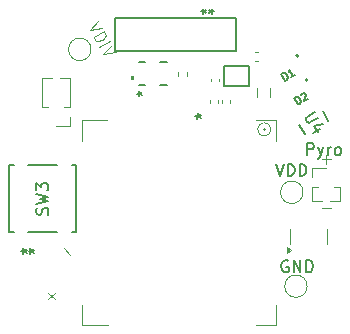
<source format=gbr>
%TF.GenerationSoftware,KiCad,Pcbnew,9.0.2*%
%TF.CreationDate,2025-11-14T19:25:59+05:30*%
%TF.ProjectId,Nade,4e616465-2e6b-4696-9361-645f70636258,rev?*%
%TF.SameCoordinates,Original*%
%TF.FileFunction,Legend,Top*%
%TF.FilePolarity,Positive*%
%FSLAX46Y46*%
G04 Gerber Fmt 4.6, Leading zero omitted, Abs format (unit mm)*
G04 Created by KiCad (PCBNEW 9.0.2) date 2025-11-14 19:25:59*
%MOMM*%
%LPD*%
G01*
G04 APERTURE LIST*
%ADD10C,0.100000*%
%ADD11C,0.150000*%
%ADD12C,0.120000*%
%ADD13C,0.152400*%
%ADD14C,0.200000*%
%ADD15C,0.000000*%
G04 APERTURE END LIST*
D10*
X142403884Y-102391466D02*
X143165789Y-102391466D01*
X142403884Y-98291466D02*
X143165789Y-98291466D01*
X142784836Y-98672419D02*
X142784836Y-97910514D01*
X121125534Y-106344708D02*
X120586786Y-105805960D01*
X119255291Y-110125534D02*
X119794039Y-109586786D01*
X119794039Y-110125534D02*
X119255291Y-109586786D01*
X123457027Y-86575663D02*
X122757668Y-87364338D01*
X122757668Y-87364338D02*
X123790360Y-87153013D01*
X123091001Y-87941688D02*
X123957027Y-87441688D01*
X123957027Y-87441688D02*
X124076074Y-87647885D01*
X124076074Y-87647885D02*
X124106264Y-87795412D01*
X124106264Y-87795412D02*
X124071404Y-87925510D01*
X124071404Y-87925510D02*
X124012735Y-88014368D01*
X124012735Y-88014368D02*
X123871587Y-88150845D01*
X123871587Y-88150845D02*
X123747869Y-88222274D01*
X123747869Y-88222274D02*
X123559103Y-88276273D01*
X123559103Y-88276273D02*
X123452815Y-88282653D01*
X123452815Y-88282653D02*
X123322717Y-88247793D01*
X123322717Y-88247793D02*
X123210049Y-88147885D01*
X123210049Y-88147885D02*
X123091001Y-87941688D01*
X123591001Y-88807714D02*
X124457027Y-88307714D01*
X124623693Y-88596388D02*
X123924335Y-89385063D01*
X123924335Y-89385063D02*
X124957027Y-89173739D01*
D11*
X141170238Y-97924819D02*
X141170238Y-96924819D01*
X141170238Y-96924819D02*
X141551190Y-96924819D01*
X141551190Y-96924819D02*
X141646428Y-96972438D01*
X141646428Y-96972438D02*
X141694047Y-97020057D01*
X141694047Y-97020057D02*
X141741666Y-97115295D01*
X141741666Y-97115295D02*
X141741666Y-97258152D01*
X141741666Y-97258152D02*
X141694047Y-97353390D01*
X141694047Y-97353390D02*
X141646428Y-97401009D01*
X141646428Y-97401009D02*
X141551190Y-97448628D01*
X141551190Y-97448628D02*
X141170238Y-97448628D01*
X142075000Y-97258152D02*
X142313095Y-97924819D01*
X142551190Y-97258152D02*
X142313095Y-97924819D01*
X142313095Y-97924819D02*
X142217857Y-98162914D01*
X142217857Y-98162914D02*
X142170238Y-98210533D01*
X142170238Y-98210533D02*
X142075000Y-98258152D01*
X142932143Y-97924819D02*
X142932143Y-97258152D01*
X142932143Y-97448628D02*
X142979762Y-97353390D01*
X142979762Y-97353390D02*
X143027381Y-97305771D01*
X143027381Y-97305771D02*
X143122619Y-97258152D01*
X143122619Y-97258152D02*
X143217857Y-97258152D01*
X143694048Y-97924819D02*
X143598810Y-97877200D01*
X143598810Y-97877200D02*
X143551191Y-97829580D01*
X143551191Y-97829580D02*
X143503572Y-97734342D01*
X143503572Y-97734342D02*
X143503572Y-97448628D01*
X143503572Y-97448628D02*
X143551191Y-97353390D01*
X143551191Y-97353390D02*
X143598810Y-97305771D01*
X143598810Y-97305771D02*
X143694048Y-97258152D01*
X143694048Y-97258152D02*
X143836905Y-97258152D01*
X143836905Y-97258152D02*
X143932143Y-97305771D01*
X143932143Y-97305771D02*
X143979762Y-97353390D01*
X143979762Y-97353390D02*
X144027381Y-97448628D01*
X144027381Y-97448628D02*
X144027381Y-97734342D01*
X144027381Y-97734342D02*
X143979762Y-97829580D01*
X143979762Y-97829580D02*
X143932143Y-97877200D01*
X143932143Y-97877200D02*
X143836905Y-97924819D01*
X143836905Y-97924819D02*
X143694048Y-97924819D01*
X139563095Y-106879438D02*
X139467857Y-106831819D01*
X139467857Y-106831819D02*
X139325000Y-106831819D01*
X139325000Y-106831819D02*
X139182143Y-106879438D01*
X139182143Y-106879438D02*
X139086905Y-106974676D01*
X139086905Y-106974676D02*
X139039286Y-107069914D01*
X139039286Y-107069914D02*
X138991667Y-107260390D01*
X138991667Y-107260390D02*
X138991667Y-107403247D01*
X138991667Y-107403247D02*
X139039286Y-107593723D01*
X139039286Y-107593723D02*
X139086905Y-107688961D01*
X139086905Y-107688961D02*
X139182143Y-107784200D01*
X139182143Y-107784200D02*
X139325000Y-107831819D01*
X139325000Y-107831819D02*
X139420238Y-107831819D01*
X139420238Y-107831819D02*
X139563095Y-107784200D01*
X139563095Y-107784200D02*
X139610714Y-107736580D01*
X139610714Y-107736580D02*
X139610714Y-107403247D01*
X139610714Y-107403247D02*
X139420238Y-107403247D01*
X140039286Y-107831819D02*
X140039286Y-106831819D01*
X140039286Y-106831819D02*
X140610714Y-107831819D01*
X140610714Y-107831819D02*
X140610714Y-106831819D01*
X141086905Y-107831819D02*
X141086905Y-106831819D01*
X141086905Y-106831819D02*
X141325000Y-106831819D01*
X141325000Y-106831819D02*
X141467857Y-106879438D01*
X141467857Y-106879438D02*
X141563095Y-106974676D01*
X141563095Y-106974676D02*
X141610714Y-107069914D01*
X141610714Y-107069914D02*
X141658333Y-107260390D01*
X141658333Y-107260390D02*
X141658333Y-107403247D01*
X141658333Y-107403247D02*
X141610714Y-107593723D01*
X141610714Y-107593723D02*
X141563095Y-107688961D01*
X141563095Y-107688961D02*
X141467857Y-107784200D01*
X141467857Y-107784200D02*
X141325000Y-107831819D01*
X141325000Y-107831819D02*
X141086905Y-107831819D01*
X119193000Y-102968632D02*
X119240619Y-102825775D01*
X119240619Y-102825775D02*
X119240619Y-102587680D01*
X119240619Y-102587680D02*
X119193000Y-102492442D01*
X119193000Y-102492442D02*
X119145380Y-102444823D01*
X119145380Y-102444823D02*
X119050142Y-102397204D01*
X119050142Y-102397204D02*
X118954904Y-102397204D01*
X118954904Y-102397204D02*
X118859666Y-102444823D01*
X118859666Y-102444823D02*
X118812047Y-102492442D01*
X118812047Y-102492442D02*
X118764428Y-102587680D01*
X118764428Y-102587680D02*
X118716809Y-102778156D01*
X118716809Y-102778156D02*
X118669190Y-102873394D01*
X118669190Y-102873394D02*
X118621571Y-102921013D01*
X118621571Y-102921013D02*
X118526333Y-102968632D01*
X118526333Y-102968632D02*
X118431095Y-102968632D01*
X118431095Y-102968632D02*
X118335857Y-102921013D01*
X118335857Y-102921013D02*
X118288238Y-102873394D01*
X118288238Y-102873394D02*
X118240619Y-102778156D01*
X118240619Y-102778156D02*
X118240619Y-102540061D01*
X118240619Y-102540061D02*
X118288238Y-102397204D01*
X118240619Y-102063870D02*
X119240619Y-101825775D01*
X119240619Y-101825775D02*
X118526333Y-101635299D01*
X118526333Y-101635299D02*
X119240619Y-101444823D01*
X119240619Y-101444823D02*
X118240619Y-101206728D01*
X118240619Y-100921013D02*
X118240619Y-100301966D01*
X118240619Y-100301966D02*
X118621571Y-100635299D01*
X118621571Y-100635299D02*
X118621571Y-100492442D01*
X118621571Y-100492442D02*
X118669190Y-100397204D01*
X118669190Y-100397204D02*
X118716809Y-100349585D01*
X118716809Y-100349585D02*
X118812047Y-100301966D01*
X118812047Y-100301966D02*
X119050142Y-100301966D01*
X119050142Y-100301966D02*
X119145380Y-100349585D01*
X119145380Y-100349585D02*
X119193000Y-100397204D01*
X119193000Y-100397204D02*
X119240619Y-100492442D01*
X119240619Y-100492442D02*
X119240619Y-100778156D01*
X119240619Y-100778156D02*
X119193000Y-100873394D01*
X119193000Y-100873394D02*
X119145380Y-100921013D01*
X117588819Y-106069648D02*
X117826914Y-106069648D01*
X117731676Y-106307743D02*
X117826914Y-106069648D01*
X117826914Y-106069648D02*
X117731676Y-105831553D01*
X118017390Y-106212505D02*
X117826914Y-106069648D01*
X117826914Y-106069648D02*
X118017390Y-105926791D01*
X116988819Y-106069648D02*
X117226914Y-106069648D01*
X117131676Y-106307743D02*
X117226914Y-106069648D01*
X117226914Y-106069648D02*
X117131676Y-105831553D01*
X117417390Y-106212505D02*
X117226914Y-106069648D01*
X117226914Y-106069648D02*
X117417390Y-105926791D01*
X139303518Y-91618363D02*
X138988558Y-91072835D01*
X138988558Y-91072835D02*
X139118445Y-90997844D01*
X139118445Y-90997844D02*
X139211376Y-90978828D01*
X139211376Y-90978828D02*
X139293327Y-91000786D01*
X139293327Y-91000786D02*
X139349301Y-91037743D01*
X139349301Y-91037743D02*
X139435271Y-91126655D01*
X139435271Y-91126655D02*
X139480265Y-91204588D01*
X139480265Y-91204588D02*
X139514280Y-91323496D01*
X139514280Y-91323496D02*
X139518299Y-91390449D01*
X139518299Y-91390449D02*
X139496340Y-91472400D01*
X139496340Y-91472400D02*
X139433406Y-91543372D01*
X139433406Y-91543372D02*
X139303518Y-91618363D01*
X140134798Y-91138423D02*
X139823068Y-91318400D01*
X139978933Y-91228411D02*
X139663973Y-90682884D01*
X139663973Y-90682884D02*
X139657012Y-90790813D01*
X139657012Y-90790813D02*
X139635053Y-90872764D01*
X139635053Y-90872764D02*
X139598096Y-90928738D01*
X133289981Y-85766400D02*
X133051886Y-85766400D01*
X133147124Y-85528305D02*
X133051886Y-85766400D01*
X133051886Y-85766400D02*
X133147124Y-86004495D01*
X132861410Y-85623543D02*
X133051886Y-85766400D01*
X133051886Y-85766400D02*
X132861410Y-85909257D01*
X132184619Y-85766399D02*
X132422714Y-85766399D01*
X132327476Y-86004494D02*
X132422714Y-85766399D01*
X132422714Y-85766399D02*
X132327476Y-85528304D01*
X132613190Y-85909256D02*
X132422714Y-85766399D01*
X132422714Y-85766399D02*
X132613190Y-85623542D01*
X141839188Y-94261380D02*
X141138119Y-94666142D01*
X141138119Y-94666142D02*
X141079450Y-94755000D01*
X141079450Y-94755000D02*
X141062021Y-94820049D01*
X141062021Y-94820049D02*
X141068400Y-94926337D01*
X141068400Y-94926337D02*
X141163638Y-95091295D01*
X141163638Y-95091295D02*
X141252497Y-95149964D01*
X141252497Y-95149964D02*
X141317546Y-95167393D01*
X141317546Y-95167393D02*
X141423834Y-95161014D01*
X141423834Y-95161014D02*
X142124902Y-94756252D01*
X142288608Y-95706465D02*
X141711257Y-96039799D01*
X142499475Y-95309793D02*
X141761837Y-95460739D01*
X141761837Y-95460739D02*
X142071361Y-95996850D01*
X132156387Y-94531278D02*
X131950191Y-94650326D01*
X131913622Y-94396510D02*
X131950191Y-94650326D01*
X131950191Y-94650326D02*
X132151717Y-94808903D01*
X131713805Y-94621846D02*
X131950191Y-94650326D01*
X131950191Y-94650326D02*
X131856662Y-94869282D01*
X140417617Y-93635924D02*
X140102657Y-93090396D01*
X140102657Y-93090396D02*
X140232544Y-93015405D01*
X140232544Y-93015405D02*
X140325475Y-92996389D01*
X140325475Y-92996389D02*
X140407426Y-93018347D01*
X140407426Y-93018347D02*
X140463400Y-93055304D01*
X140463400Y-93055304D02*
X140549370Y-93144216D01*
X140549370Y-93144216D02*
X140594364Y-93222149D01*
X140594364Y-93222149D02*
X140628379Y-93341057D01*
X140628379Y-93341057D02*
X140632398Y-93408010D01*
X140632398Y-93408010D02*
X140610439Y-93489961D01*
X140610439Y-93489961D02*
X140547505Y-93560933D01*
X140547505Y-93560933D02*
X140417617Y-93635924D01*
X140652203Y-92842389D02*
X140663182Y-92801413D01*
X140663182Y-92801413D02*
X140700139Y-92745439D01*
X140700139Y-92745439D02*
X140830027Y-92670449D01*
X140830027Y-92670449D02*
X140896980Y-92666430D01*
X140896980Y-92666430D02*
X140937956Y-92677409D01*
X140937956Y-92677409D02*
X140993929Y-92714366D01*
X140993929Y-92714366D02*
X141023926Y-92766321D01*
X141023926Y-92766321D02*
X141042942Y-92859252D01*
X141042942Y-92859252D02*
X140911190Y-93350959D01*
X140911190Y-93350959D02*
X141248897Y-93155984D01*
X126779419Y-92723023D02*
X127017514Y-92723023D01*
X126922276Y-92961118D02*
X127017514Y-92723023D01*
X127017514Y-92723023D02*
X126922276Y-92484928D01*
X127207990Y-92865880D02*
X127017514Y-92723023D01*
X127017514Y-92723023D02*
X127207990Y-92580166D01*
X126779419Y-92723023D02*
X127017514Y-92723023D01*
X126922276Y-92961118D02*
X127017514Y-92723023D01*
X127017514Y-92723023D02*
X126922276Y-92484928D01*
X127207990Y-92865880D02*
X127017514Y-92723023D01*
X127017514Y-92723023D02*
X127207990Y-92580166D01*
X138541667Y-98681819D02*
X138875000Y-99681819D01*
X138875000Y-99681819D02*
X139208333Y-98681819D01*
X139541667Y-99681819D02*
X139541667Y-98681819D01*
X139541667Y-98681819D02*
X139779762Y-98681819D01*
X139779762Y-98681819D02*
X139922619Y-98729438D01*
X139922619Y-98729438D02*
X140017857Y-98824676D01*
X140017857Y-98824676D02*
X140065476Y-98919914D01*
X140065476Y-98919914D02*
X140113095Y-99110390D01*
X140113095Y-99110390D02*
X140113095Y-99253247D01*
X140113095Y-99253247D02*
X140065476Y-99443723D01*
X140065476Y-99443723D02*
X140017857Y-99538961D01*
X140017857Y-99538961D02*
X139922619Y-99634200D01*
X139922619Y-99634200D02*
X139779762Y-99681819D01*
X139779762Y-99681819D02*
X139541667Y-99681819D01*
X140541667Y-99681819D02*
X140541667Y-98681819D01*
X140541667Y-98681819D02*
X140779762Y-98681819D01*
X140779762Y-98681819D02*
X140922619Y-98729438D01*
X140922619Y-98729438D02*
X141017857Y-98824676D01*
X141017857Y-98824676D02*
X141065476Y-98919914D01*
X141065476Y-98919914D02*
X141113095Y-99110390D01*
X141113095Y-99110390D02*
X141113095Y-99253247D01*
X141113095Y-99253247D02*
X141065476Y-99443723D01*
X141065476Y-99443723D02*
X141017857Y-99538961D01*
X141017857Y-99538961D02*
X140922619Y-99634200D01*
X140922619Y-99634200D02*
X140779762Y-99681819D01*
X140779762Y-99681819D02*
X140541667Y-99681819D01*
D12*
%TO.C,Pyro*%
X143935000Y-100625000D02*
X143935000Y-101830000D01*
X143441708Y-100625000D02*
X143935000Y-100625000D01*
X143092923Y-101830000D02*
X143935000Y-101830000D01*
X141615000Y-101830000D02*
X142457077Y-101830000D01*
X141615000Y-100625000D02*
X142108292Y-100625000D01*
X141615000Y-100625000D02*
X141615000Y-101830000D01*
X141615000Y-99815000D02*
X141615000Y-99005000D01*
X141615000Y-99005000D02*
X142775000Y-99005000D01*
%TO.C,TP4*%
X122875000Y-88975000D02*
G75*
G02*
X120975000Y-88975000I-950000J0D01*
G01*
X120975000Y-88975000D02*
G75*
G02*
X122875000Y-88975000I950000J0D01*
G01*
%TO.C,GND*%
X141175000Y-109025000D02*
G75*
G02*
X139275000Y-109025000I-950000J0D01*
G01*
X139275000Y-109025000D02*
G75*
G02*
X141175000Y-109025000I950000J0D01*
G01*
%TO.C,C7*%
X133024500Y-91662838D02*
X133024504Y-91447166D01*
X133744496Y-91662834D02*
X133744500Y-91447162D01*
D10*
%TO.C,MCU1*%
X122150000Y-94950000D02*
X122150000Y-96750000D01*
X122150000Y-110650000D02*
X122150000Y-112350000D01*
X122150000Y-112350000D02*
X124350000Y-112350000D01*
X124250000Y-94950000D02*
X122150000Y-94950000D01*
X136850000Y-112350000D02*
X138550000Y-112350000D01*
X138550000Y-94950000D02*
X136850000Y-94950000D01*
X138550000Y-96750000D02*
X138550000Y-94950000D01*
X138550000Y-112350000D02*
X138550000Y-110650000D01*
X137650000Y-95750000D02*
G75*
G02*
X137450000Y-95750000I-100000J0D01*
G01*
X137450000Y-95750000D02*
G75*
G02*
X137650000Y-95750000I100000J0D01*
G01*
X138115685Y-95750000D02*
G75*
G02*
X136984315Y-95750000I-565685J0D01*
G01*
X136984315Y-95750000D02*
G75*
G02*
X138115685Y-95750000I565685J0D01*
G01*
D13*
%TO.C,SW3*%
X115953698Y-98803200D02*
X115953700Y-104467402D01*
X115953700Y-104467402D02*
X116323661Y-104467400D01*
X116323661Y-98803200D02*
X115953698Y-98803200D01*
X117547940Y-104467399D02*
X120023658Y-104467400D01*
X120023660Y-98803201D02*
X117547942Y-98803200D01*
X121247939Y-104467400D02*
X121617902Y-104467400D01*
X121617900Y-98803198D02*
X121247939Y-98803200D01*
X121617902Y-104467400D02*
X121617900Y-98803198D01*
D12*
%TO.C,C9*%
X133925401Y-93272165D02*
X133925400Y-93487837D01*
X134645400Y-93272163D02*
X134645399Y-93487835D01*
D14*
%TO.C,D1*%
X140433230Y-89510500D02*
G75*
G02*
X140233230Y-89510500I-100000J0D01*
G01*
X140233230Y-89510500D02*
G75*
G02*
X140433230Y-89510500I100000J0D01*
G01*
D12*
%TO.C,C5*%
X136781362Y-89235000D02*
X136997034Y-89235003D01*
X136781366Y-89954997D02*
X136997038Y-89955000D01*
D13*
%TO.C,SW2*%
X124874000Y-86347400D02*
X124874000Y-89090600D01*
X124874000Y-89090600D02*
X135135600Y-89090600D01*
X135135600Y-89090600D02*
X135135601Y-86347400D01*
X135135601Y-86347400D02*
X124874000Y-86347400D01*
%TO.C,U4*%
X140527279Y-95340049D02*
X141010985Y-96177849D01*
X142968721Y-95047551D02*
X142485015Y-94209751D01*
D14*
%TO.C,D2*%
X141213828Y-91563100D02*
G75*
G02*
X141013832Y-91563100I-99998J0D01*
G01*
X141013832Y-91563100D02*
G75*
G02*
X141213828Y-91563100I99998J0D01*
G01*
D12*
%TO.C,L1*%
X136930400Y-92210378D02*
X136930399Y-93009622D01*
X138050401Y-92210378D02*
X138050400Y-93009622D01*
D13*
%TO.C,U2*%
X126926597Y-91967002D02*
X127470319Y-91966997D01*
X127470320Y-90009001D02*
X126926597Y-90008999D01*
X128740880Y-91966999D02*
X129284603Y-91967001D01*
X129284603Y-90008998D02*
X128740881Y-90009003D01*
D15*
G36*
X126551553Y-91578498D02*
G01*
X126297552Y-91578498D01*
X126297548Y-91197500D01*
X126551550Y-91197498D01*
X126551553Y-91578498D01*
G37*
D13*
%TO.C,U1*%
X134110400Y-90386400D02*
X134110400Y-92088201D01*
X134110400Y-92088201D02*
X136218600Y-92088200D01*
X136218600Y-90386399D02*
X134110400Y-90386400D01*
X136218600Y-92088200D02*
X136218600Y-90386399D01*
D12*
%TO.C,R10*%
X130210400Y-90931360D02*
X130210401Y-91238641D01*
X130970399Y-90931359D02*
X130970400Y-91238640D01*
%TO.C,J2*%
X118745001Y-93885001D02*
X118744999Y-91410000D01*
X119238290Y-93885000D02*
X118745001Y-93885001D01*
X119587076Y-91409998D02*
X118744999Y-91410000D01*
X121064999Y-95504999D02*
X119905000Y-95505000D01*
X121065000Y-91410000D02*
X120222923Y-91409998D01*
X121065000Y-94695000D02*
X121064999Y-95504999D01*
X121065001Y-93885002D02*
X120571710Y-93885000D01*
X121065001Y-93885002D02*
X121065000Y-91410000D01*
%TO.C,C8*%
X132925401Y-93302165D02*
X132925400Y-93517837D01*
X133645400Y-93302163D02*
X133645399Y-93517835D01*
%TO.C,VDD*%
X140825000Y-101075000D02*
G75*
G02*
X138925000Y-101075000I-950000J0D01*
G01*
X138925000Y-101075000D02*
G75*
G02*
X140825000Y-101075000I950000J0D01*
G01*
%TO.C,Q2*%
X139735000Y-104825000D02*
X139735000Y-105475000D01*
X139735000Y-104825000D02*
X139735000Y-104175001D01*
X142855000Y-104825000D02*
X142855000Y-105474999D01*
X142855000Y-104825000D02*
X142855000Y-104175000D01*
X139785000Y-105987500D02*
X139455000Y-106227500D01*
X139455000Y-105747499D01*
X139785000Y-105987500D01*
G36*
X139785000Y-105987500D02*
G01*
X139455000Y-106227500D01*
X139455000Y-105747499D01*
X139785000Y-105987500D01*
G37*
%TD*%
M02*

</source>
